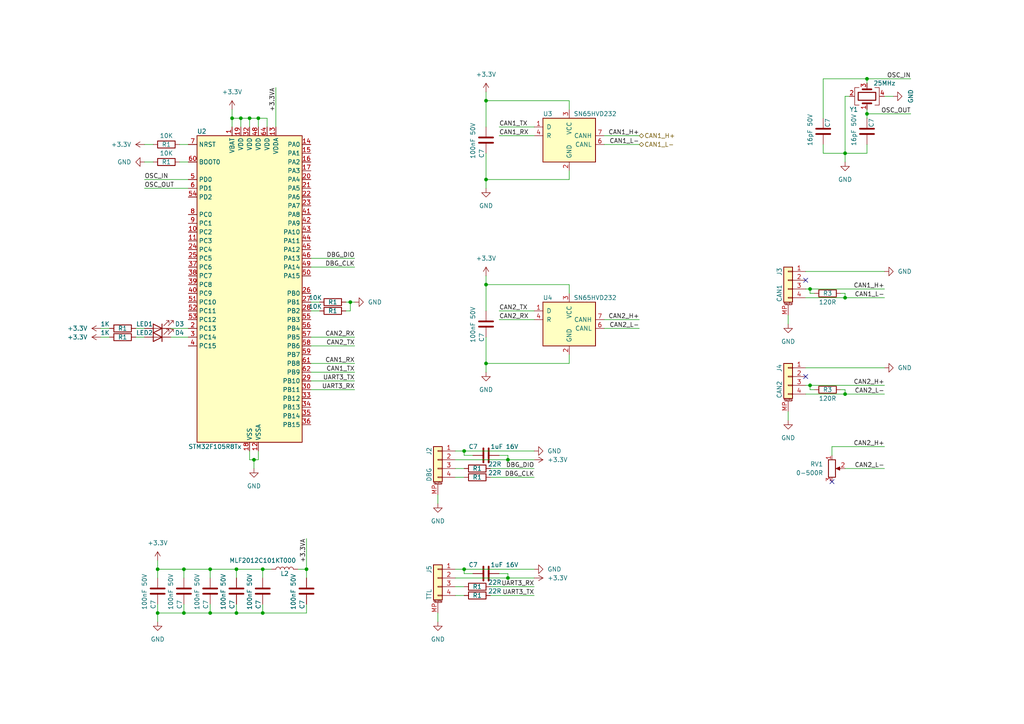
<source format=kicad_sch>
(kicad_sch (version 20230121) (generator eeschema)
  (paper "A4")
  (lib_symbols
    (symbol "Connector_Generic_MountingPin:Conn_01x04_MountingPin" (pin_names (offset 1.016) hide)
      (property "Reference" "J" (at 0 5.08 0))
      (property "Value" "Conn_01x04_MountingPin" (at 1.27 -7.62 0))
      (symbol "Conn_01x04_MountingPin_1_1"
        (rectangle (start -1.27 -4.953) (end 0 -5.207) (stroke (width 0.1524)))
        (rectangle (start -1.27 -2.413) (end 0 -2.667) (stroke (width 0.1524)))
        (rectangle (start -1.27 0.127) (end 0 -0.127) (stroke (width 0.1524)))
        (rectangle (start -1.27 2.667) (end 0 2.413) (stroke (width 0.1524)))
        (rectangle (start -1.27 3.81) (end 1.27 -6.35) (stroke (width 0.254)) (fill (type background)))
        (polyline (pts (xy -1.016 -7.112) (xy 1.016 -7.112)) (stroke (width 0.1524)))
        (text "Mounting" (at 0 -6.731 0) (effects (font (size 0.381 0.381))))
        (pin passive line (at -5.08 2.54 0) (length 3.81) (name "Pin_1") (number "1"))
        (pin passive line (at -5.08 0 0) (length 3.81) (name "Pin_2") (number "2"))
        (pin passive line (at -5.08 -2.54 0) (length 3.81) (name "Pin_3") (number "3"))
        (pin passive line (at -5.08 -5.08 0) (length 3.81) (name "Pin_4") (number "4"))
        (pin passive line (at 0 -10.16 90) (length 3.048) (name "MountPin") (number "MP"))
      )
    )
    (symbol "Device:C" (pin_numbers hide) (pin_names (offset 0.254))
      (property "Reference" "C" (at 0.635 2.54 0))
      (property "Value" "C" (at 0.635 -2.54 0))
      (symbol "C_0_1"
        (polyline (pts (xy -2.032 -0.762) (xy 2.032 -0.762)) (stroke (width 0.508)))
        (polyline (pts (xy -2.032 0.762) (xy 2.032 0.762)) (stroke (width 0.508)))
      )
      (symbol "C_1_1"
        (pin passive line (at 0 3.81 270) (length 2.794) (name "~") (number "1"))
        (pin passive line (at 0 -3.81 90) (length 2.794) (name "~") (number "2"))
      )
    )
    (symbol "Device:Crystal_GND24" (pin_names (offset 1.016) hide)
      (property "Reference" "Y" (at 3.175 5.08 0))
      (property "Value" "Crystal_GND24" (at 3.175 3.175 0))
      (symbol "Crystal_GND24_0_1"
        (rectangle (start -1.143 2.54) (end 1.143 -2.54) (stroke (width 0.3048)))
        (polyline (pts (xy -2.54 0) (xy -2.032 0)))
        (polyline (pts (xy -2.032 -1.27) (xy -2.032 1.27)) (stroke (width 0.508)))
        (polyline (pts (xy 0 -3.81) (xy 0 -3.556)))
        (polyline (pts (xy 0 3.556) (xy 0 3.81)))
        (polyline (pts (xy 2.032 -1.27) (xy 2.032 1.27)) (stroke (width 0.508)))
        (polyline (pts (xy 2.032 0) (xy 2.54 0)))
        (polyline (pts (xy -2.54 -2.286) (xy -2.54 -3.556) (xy 2.54 -3.556) (xy 2.54 -2.286)))
        (polyline (pts (xy -2.54 2.286) (xy -2.54 3.556) (xy 2.54 3.556) (xy 2.54 2.286)))
      )
      (symbol "Crystal_GND24_1_1"
        (pin passive line (at -3.81 0 0) (length 1.27) (name "1") (number "1"))
        (pin passive line (at 0 5.08 270) (length 1.27) (name "2") (number "2"))
        (pin passive line (at 3.81 0 180) (length 1.27) (name "3") (number "3"))
        (pin passive line (at 0 -5.08 90) (length 1.27) (name "4") (number "4"))
      )
    )
    (symbol "Device:L" (pin_numbers hide) (pin_names (offset 1.016) hide)
      (property "Reference" "L" (at -1.27 0 90))
      (property "Value" "L" (at 1.905 0 90))
      (symbol "L_0_1"
        (arc (start 0 -2.54) (mid 0.6323 -1.905) (end 0 -1.27))
        (arc (start 0 -1.27) (mid 0.6323 -0.635) (end 0 0))
        (arc (start 0 0) (mid 0.6323 0.635) (end 0 1.27))
        (arc (start 0 1.27) (mid 0.6323 1.905) (end 0 2.54))
      )
      (symbol "L_1_1"
        (pin passive line (at 0 3.81 270) (length 1.27) (name "1") (number "1"))
        (pin passive line (at 0 -3.81 90) (length 1.27) (name "2") (number "2"))
      )
    )
    (symbol "Device:LED" (pin_numbers hide) (pin_names (offset 1.016) hide)
      (property "Reference" "D" (at 0 2.54 0))
      (property "Value" "LED" (at 0 -2.54 0))
      (symbol "LED_0_1"
        (polyline (pts (xy -1.27 -1.27) (xy -1.27 1.27)) (stroke (width 0.254)))
        (polyline (pts (xy -1.27 0) (xy 1.27 0)))
        (polyline (pts (xy 1.27 -1.27) (xy 1.27 1.27) (xy -1.27 0) (xy 1.27 -1.27)) (stroke (width 0.254)))
        (polyline (pts (xy -3.048 -0.762) (xy -4.572 -2.286) (xy -3.81 -2.286) (xy -4.572 -2.286) (xy -4.572 -1.524)))
        (polyline (pts (xy -1.778 -0.762) (xy -3.302 -2.286) (xy -2.54 -2.286) (xy -3.302 -2.286) (xy -3.302 -1.524)))
      )
      (symbol "LED_1_1"
        (pin passive line (at -3.81 0 0) (length 2.54) (name "K") (number "1"))
        (pin passive line (at 3.81 0 180) (length 2.54) (name "A") (number "2"))
      )
    )
    (symbol "Device:R" (pin_numbers hide) (pin_names (offset 0))
      (property "Reference" "R" (at 2.032 0 90))
      (property "Value" "R" (at 0 0 90))
      (symbol "R_0_1"
        (rectangle (start -1.016 -2.54) (end 1.016 2.54) (stroke (width 0.254)))
      )
      (symbol "R_1_1"
        (pin passive line (at 0 3.81 270) (length 1.27) (name "~") (number "1"))
        (pin passive line (at 0 -3.81 90) (length 1.27) (name "~") (number "2"))
      )
    )
    (symbol "Device:R_Potentiometer" (pin_names (offset 1.016) hide)
      (property "Reference" "RV" (at -4.445 0 90))
      (property "Value" "R_Potentiometer" (at -2.54 0 90))
      (symbol "R_Potentiometer_0_1"
        (polyline (pts (xy 2.54 0) (xy 1.524 0)))
        (polyline (pts (xy 1.143 0) (xy 2.286 0.508) (xy 2.286 -0.508) (xy 1.143 0)) (fill (type outline)))
        (rectangle (start 1.016 2.54) (end -1.016 -2.54) (stroke (width 0.254)))
      )
      (symbol "R_Potentiometer_1_1"
        (pin passive line (at 0 3.81 270) (length 1.27) (name "1") (number "1"))
        (pin passive line (at 3.81 0 180) (length 1.27) (name "2") (number "2"))
        (pin passive line (at 0 -3.81 90) (length 1.27) (name "3") (number "3"))
      )
    )
    (symbol "Interface_CAN_LIN:SN65HVD232" (pin_names (offset 1.016))
      (property "Reference" "U" (at -2.54 10.16 0))
      (property "Value" "SN65HVD232" (at -2.54 7.62 0))
      (symbol "SN65HVD232_0_1"
        (rectangle (start -7.62 5.08) (end 7.62 -7.62) (stroke (width 0.254)) (fill (type background)))
      )
      (symbol "SN65HVD232_1_1"
        (pin input line (at -10.16 2.54 0) (length 2.54) (name "D") (number "1"))
        (pin power_in line (at 0 -10.16 90) (length 2.54) (name "GND") (number "2"))
        (pin power_in line (at 0 7.62 270) (length 2.54) (name "VCC") (number "3"))
        (pin output line (at -10.16 0 0) (length 2.54) (name "R") (number "4"))
        (pin no_connect line (at -7.62 -2.54 0) (length 2.54) hide (name "NC") (number "5"))
        (pin bidirectional line (at 10.16 -2.54 180) (length 2.54) (name "CANL") (number "6"))
        (pin bidirectional line (at 10.16 0 180) (length 2.54) (name "CANH") (number "7"))
        (pin no_connect line (at -7.62 -5.08 0) (length 2.54) hide (name "NC") (number "8"))
      )
    )
    (symbol "MCU_ST_STM32F1:STM32F105R8Tx"
      (property "Reference" "U" (at -15.24 46.99 0))
      (property "Value" "STM32F105R8Tx" (at 10.16 46.99 0))
      (symbol "STM32F105R8Tx_0_1"
        (rectangle (start -15.24 -43.18) (end 15.24 45.72) (stroke (width 0.254)) (fill (type background)))
      )
      (symbol "STM32F105R8Tx_1_1"
        (pin power_in line (at -5.08 48.26 270) (length 2.54) (name "VBAT") (number "1"))
        (pin bidirectional line (at -17.78 17.78 0) (length 2.54) (name "PC2") (number "10"))
        (pin bidirectional line (at -17.78 15.24 0) (length 2.54) (name "PC3") (number "11"))
        (pin power_in line (at 2.54 -45.72 90) (length 2.54) (name "VSSA") (number "12"))
        (pin power_in line (at 7.62 48.26 270) (length 2.54) (name "VDDA") (number "13"))
        (pin bidirectional line (at 17.78 43.18 180) (length 2.54) (name "PA0") (number "14"))
        (pin bidirectional line (at 17.78 40.64 180) (length 2.54) (name "PA1") (number "15"))
        (pin bidirectional line (at 17.78 38.1 180) (length 2.54) (name "PA2") (number "16"))
        (pin bidirectional line (at 17.78 35.56 180) (length 2.54) (name "PA3") (number "17"))
        (pin power_in line (at 0 -45.72 90) (length 2.54) (name "VSS") (number "18"))
        (pin power_in line (at -2.54 48.26 270) (length 2.54) (name "VDD") (number "19"))
        (pin bidirectional line (at -17.78 -10.16 0) (length 2.54) (name "PC13") (number "2"))
        (pin bidirectional line (at 17.78 33.02 180) (length 2.54) (name "PA4") (number "20"))
        (pin bidirectional line (at 17.78 30.48 180) (length 2.54) (name "PA5") (number "21"))
        (pin bidirectional line (at 17.78 27.94 180) (length 2.54) (name "PA6") (number "22"))
        (pin bidirectional line (at 17.78 25.4 180) (length 2.54) (name "PA7") (number "23"))
        (pin bidirectional line (at -17.78 12.7 0) (length 2.54) (name "PC4") (number "24"))
        (pin bidirectional line (at -17.78 10.16 0) (length 2.54) (name "PC5") (number "25"))
        (pin bidirectional line (at 17.78 0 180) (length 2.54) (name "PB0") (number "26"))
        (pin bidirectional line (at 17.78 -2.54 180) (length 2.54) (name "PB1") (number "27"))
        (pin bidirectional line (at 17.78 -5.08 180) (length 2.54) (name "PB2") (number "28"))
        (pin bidirectional line (at 17.78 -25.4 180) (length 2.54) (name "PB10") (number "29"))
        (pin bidirectional line (at -17.78 -12.7 0) (length 2.54) (name "PC14") (number "3"))
        (pin bidirectional line (at 17.78 -27.94 180) (length 2.54) (name "PB11") (number "30"))
        (pin passive line (at 0 -45.72 90) (length 2.54) hide (name "VSS") (number "31"))
        (pin power_in line (at 0 48.26 270) (length 2.54) (name "VDD") (number "32"))
        (pin bidirectional line (at 17.78 -30.48 180) (length 2.54) (name "PB12") (number "33"))
        (pin bidirectional line (at 17.78 -33.02 180) (length 2.54) (name "PB13") (number "34"))
        (pin bidirectional line (at 17.78 -35.56 180) (length 2.54) (name "PB14") (number "35"))
        (pin bidirectional line (at 17.78 -38.1 180) (length 2.54) (name "PB15") (number "36"))
        (pin bidirectional line (at -17.78 7.62 0) (length 2.54) (name "PC6") (number "37"))
        (pin bidirectional line (at -17.78 5.08 0) (length 2.54) (name "PC7") (number "38"))
        (pin bidirectional line (at -17.78 2.54 0) (length 2.54) (name "PC8") (number "39"))
        (pin bidirectional line (at -17.78 -15.24 0) (length 2.54) (name "PC15") (number "4"))
        (pin bidirectional line (at -17.78 0 0) (length 2.54) (name "PC9") (number "40"))
        (pin bidirectional line (at 17.78 22.86 180) (length 2.54) (name "PA8") (number "41"))
        (pin bidirectional line (at 17.78 20.32 180) (length 2.54) (name "PA9") (number "42"))
        (pin bidirectional line (at 17.78 17.78 180) (length 2.54) (name "PA10") (number "43"))
        (pin bidirectional line (at 17.78 15.24 180) (length 2.54) (name "PA11") (number "44"))
        (pin bidirectional line (at 17.78 12.7 180) (length 2.54) (name "PA12") (number "45"))
        (pin bidirectional line (at 17.78 10.16 180) (length 2.54) (name "PA13") (number "46"))
        (pin passive line (at 0 -45.72 90) (length 2.54) hide (name "VSS") (number "47"))
        (pin power_in line (at 2.54 48.26 270) (length 2.54) (name "VDD") (number "48"))
        (pin bidirectional line (at 17.78 7.62 180) (length 2.54) (name "PA14") (number "49"))
        (pin bidirectional line (at -17.78 33.02 0) (length 2.54) (name "PD0") (number "5"))
        (pin bidirectional line (at 17.78 5.08 180) (length 2.54) (name "PA15") (number "50"))
        (pin bidirectional line (at -17.78 -2.54 0) (length 2.54) (name "PC10") (number "51"))
        (pin bidirectional line (at -17.78 -5.08 0) (length 2.54) (name "PC11") (number "52"))
        (pin bidirectional line (at -17.78 -7.62 0) (length 2.54) (name "PC12") (number "53"))
        (pin bidirectional line (at -17.78 27.94 0) (length 2.54) (name "PD2") (number "54"))
        (pin bidirectional line (at 17.78 -7.62 180) (length 2.54) (name "PB3") (number "55"))
        (pin bidirectional line (at 17.78 -10.16 180) (length 2.54) (name "PB4") (number "56"))
        (pin bidirectional line (at 17.78 -12.7 180) (length 2.54) (name "PB5") (number "57"))
        (pin bidirectional line (at 17.78 -15.24 180) (length 2.54) (name "PB6") (number "58"))
        (pin bidirectional line (at 17.78 -17.78 180) (length 2.54) (name "PB7") (number "59"))
        (pin bidirectional line (at -17.78 30.48 0) (length 2.54) (name "PD1") (number "6"))
        (pin input line (at -17.78 38.1 0) (length 2.54) (name "BOOT0") (number "60"))
        (pin bidirectional line (at 17.78 -20.32 180) (length 2.54) (name "PB8") (number "61"))
        (pin bidirectional line (at 17.78 -22.86 180) (length 2.54) (name "PB9") (number "62"))
        (pin passive line (at 0 -45.72 90) (length 2.54) hide (name "VSS") (number "63"))
        (pin power_in line (at 5.08 48.26 270) (length 2.54) (name "VDD") (number "64"))
        (pin input line (at -17.78 43.18 0) (length 2.54) (name "NRST") (number "7"))
        (pin bidirectional line (at -17.78 22.86 0) (length 2.54) (name "PC0") (number "8"))
        (pin bidirectional line (at -17.78 20.32 0) (length 2.54) (name "PC1") (number "9"))
      )
    )
    (symbol "power:+3.3V" (power) (pin_names (offset 0))
      (property "Value" "+3.3V" (at 0 3.556 0))
      (symbol "+3.3V_0_1"
        (polyline (pts (xy -0.762 1.27) (xy 0 2.54)))
        (polyline (pts (xy 0 0) (xy 0 2.54)))
        (polyline (pts (xy 0 2.54) (xy 0.762 1.27)))
      )
      (symbol "+3.3V_1_1"
        (pin power_in line (at 0 0 90) (length 0) hide (name "+3.3V") (number "1"))
      )
    )
    (symbol "power:GND" (power) (pin_names (offset 0))
      (property "Value" "GND" (at 0 -3.81 0))
      (symbol "GND_0_1"
        (polyline (pts (xy 0 0) (xy 0 -1.27) (xy 1.27 -1.27) (xy 0 -2.54) (xy -1.27 -1.27) (xy 0 -1.27)))
      )
      (symbol "GND_1_1"
        (pin power_in line (at 0 0 270) (length 0) hide (name "GND") (number "1"))
      )
    )
  )
  (junction (at 68.58 177.8))
  (junction (at 147.32 167.64))
  (junction (at 76.2 165.1))
  (junction (at 245.11 86.36))
  (junction (at 140.97 52.07))
  (junction (at 74.93 34.29))
  (junction (at 245.11 44.45))
  (junction (at 53.34 165.1))
  (junction (at 72.39 34.29))
  (junction (at 88.9 165.1))
  (junction (at 60.96 165.1))
  (junction (at 134.62 165.1))
  (junction (at 45.72 177.8))
  (junction (at 69.85 34.29))
  (junction (at 76.2 177.8))
  (junction (at 234.95 83.82))
  (junction (at 140.97 105.41))
  (junction (at 68.58 165.1))
  (junction (at 67.31 34.29))
  (junction (at 73.66 133.35))
  (junction (at 251.46 33.02))
  (junction (at 101.6 87.63))
  (junction (at 140.97 29.21))
  (junction (at 45.72 165.1))
  (junction (at 134.62 130.81))
  (junction (at 245.11 114.3))
  (junction (at 140.97 82.55))
  (junction (at 251.46 22.86))
  (junction (at 234.95 111.76))
  (junction (at 60.96 177.8))
  (junction (at 53.34 177.8))
  (junction (at 147.32 133.35))
  (no_connect (at 233.68 81.28))
  (no_connect (at 241.3 139.7))
  (no_connect (at 233.68 109.22))
  (wire (pts (xy 144.78 166.37) (xy 147.32 166.37)))
  (wire (pts (xy 68.58 175.26) (xy 68.58 177.8)))
  (wire (pts (xy 154.94 135.89) (xy 142.24 135.89)))
  (wire (pts (xy 72.39 133.35) (xy 73.66 133.35)))
  (wire (pts (xy 251.46 34.29) (xy 251.46 33.02)))
  (wire (pts (xy 52.07 46.99) (xy 54.61 46.99)))
  (wire (pts (xy 92.71 90.17) (xy 90.17 90.17)))
  (wire (pts (xy 76.2 175.26) (xy 76.2 177.8)))
  (wire (pts (xy 80.01 25.4) (xy 80.01 36.83)))
  (wire (pts (xy 140.97 82.55) (xy 140.97 90.17)))
  (wire (pts (xy 45.72 175.26) (xy 45.72 177.8)))
  (wire (pts (xy 74.93 34.29) (xy 77.47 34.29)))
  (wire (pts (xy 154.94 138.43) (xy 142.24 138.43)))
  (wire (pts (xy 90.17 100.33) (xy 102.87 100.33)))
  (wire (pts (xy 60.96 165.1) (xy 60.96 167.64)))
  (wire (pts (xy 73.66 133.35) (xy 74.93 133.35)))
  (wire (pts (xy 185.42 92.71) (xy 175.26 92.71)))
  (wire (pts (xy 142.24 170.18) (xy 154.94 170.18)))
  (wire (pts (xy 251.46 22.86) (xy 251.46 24.13)))
  (wire (pts (xy 88.9 165.1) (xy 86.36 165.1)))
  (wire (pts (xy 39.37 97.79) (xy 41.91 97.79)))
  (wire (pts (xy 140.97 44.45) (xy 140.97 52.07)))
  (wire (pts (xy 234.95 85.09) (xy 234.95 83.82)))
  (wire (pts (xy 132.08 133.35) (xy 147.32 133.35)))
  (wire (pts (xy 137.16 132.08) (xy 134.62 132.08)))
  (wire (pts (xy 245.11 44.45) (xy 251.46 44.45)))
  (wire (pts (xy 236.22 113.03) (xy 234.95 113.03)))
  (wire (pts (xy 236.22 85.09) (xy 234.95 85.09)))
  (wire (pts (xy 228.6 93.98) (xy 228.6 91.44)))
  (wire (pts (xy 140.97 105.41) (xy 165.1 105.41)))
  (wire (pts (xy 101.6 90.17) (xy 100.33 90.17)))
  (wire (pts (xy 77.47 34.29) (xy 77.47 36.83)))
  (wire (pts (xy 234.95 111.76) (xy 256.54 111.76)))
  (wire (pts (xy 60.96 175.26) (xy 60.96 177.8)))
  (wire (pts (xy 132.08 170.18) (xy 134.62 170.18)))
  (wire (pts (xy 68.58 177.8) (xy 60.96 177.8)))
  (wire (pts (xy 233.68 111.76) (xy 234.95 111.76)))
  (wire (pts (xy 144.78 92.71) (xy 154.94 92.71)))
  (wire (pts (xy 101.6 87.63) (xy 100.33 87.63)))
  (wire (pts (xy 238.76 34.29) (xy 238.76 22.86)))
  (wire (pts (xy 60.96 165.1) (xy 68.58 165.1)))
  (wire (pts (xy 245.11 113.03) (xy 245.11 114.3)))
  (wire (pts (xy 88.9 175.26) (xy 88.9 177.8)))
  (wire (pts (xy 243.84 113.03) (xy 245.11 113.03)))
  (wire (pts (xy 90.17 113.03) (xy 102.87 113.03)))
  (wire (pts (xy 45.72 162.56) (xy 45.72 165.1)))
  (wire (pts (xy 76.2 165.1) (xy 76.2 167.64)))
  (wire (pts (xy 134.62 166.37) (xy 134.62 165.1)))
  (wire (pts (xy 68.58 165.1) (xy 68.58 167.64)))
  (wire (pts (xy 238.76 22.86) (xy 251.46 22.86)))
  (wire (pts (xy 144.78 90.17) (xy 154.94 90.17)))
  (wire (pts (xy 45.72 177.8) (xy 53.34 177.8)))
  (wire (pts (xy 88.9 177.8) (xy 76.2 177.8)))
  (wire (pts (xy 41.91 52.07) (xy 54.61 52.07)))
  (wire (pts (xy 127 180.34) (xy 127 177.8)))
  (wire (pts (xy 134.62 135.89) (xy 132.08 135.89)))
  (wire (pts (xy 185.42 41.91) (xy 175.26 41.91)))
  (wire (pts (xy 102.87 77.47) (xy 90.17 77.47)))
  (wire (pts (xy 234.95 111.76) (xy 234.95 113.03)))
  (wire (pts (xy 69.85 34.29) (xy 69.85 36.83)))
  (wire (pts (xy 73.66 133.35) (xy 73.66 135.89)))
  (wire (pts (xy 90.17 105.41) (xy 102.87 105.41)))
  (wire (pts (xy 49.53 97.79) (xy 54.61 97.79)))
  (wire (pts (xy 147.32 132.08) (xy 147.32 133.35)))
  (wire (pts (xy 245.11 27.94) (xy 245.11 44.45)))
  (wire (pts (xy 45.72 165.1) (xy 45.72 167.64)))
  (wire (pts (xy 140.97 29.21) (xy 165.1 29.21)))
  (wire (pts (xy 41.91 46.99) (xy 44.45 46.99)))
  (wire (pts (xy 88.9 156.21) (xy 88.9 165.1)))
  (wire (pts (xy 140.97 82.55) (xy 165.1 82.55)))
  (wire (pts (xy 92.71 87.63) (xy 90.17 87.63)))
  (wire (pts (xy 251.46 44.45) (xy 251.46 41.91)))
  (wire (pts (xy 134.62 132.08) (xy 134.62 130.81)))
  (wire (pts (xy 54.61 54.61) (xy 41.91 54.61)))
  (wire (pts (xy 144.78 39.37) (xy 154.94 39.37)))
  (wire (pts (xy 60.96 177.8) (xy 53.34 177.8)))
  (wire (pts (xy 134.62 165.1) (xy 154.94 165.1)))
  (wire (pts (xy 140.97 29.21) (xy 140.97 36.83)))
  (wire (pts (xy 41.91 41.91) (xy 44.45 41.91)))
  (wire (pts (xy 72.39 34.29) (xy 74.93 34.29)))
  (wire (pts (xy 53.34 177.8) (xy 53.34 175.26)))
  (wire (pts (xy 69.85 34.29) (xy 72.39 34.29)))
  (wire (pts (xy 29.21 95.25) (xy 31.75 95.25)))
  (wire (pts (xy 132.08 167.64) (xy 147.32 167.64)))
  (wire (pts (xy 134.62 138.43) (xy 132.08 138.43)))
  (wire (pts (xy 233.68 78.74) (xy 256.54 78.74)))
  (wire (pts (xy 142.24 172.72) (xy 154.94 172.72)))
  (wire (pts (xy 49.53 95.25) (xy 54.61 95.25)))
  (wire (pts (xy 53.34 165.1) (xy 60.96 165.1)))
  (wire (pts (xy 234.95 83.82) (xy 256.54 83.82)))
  (wire (pts (xy 147.32 167.64) (xy 154.94 167.64)))
  (wire (pts (xy 144.78 36.83) (xy 154.94 36.83)))
  (wire (pts (xy 185.42 39.37) (xy 175.26 39.37)))
  (wire (pts (xy 52.07 41.91) (xy 54.61 41.91)))
  (wire (pts (xy 140.97 80.01) (xy 140.97 82.55)))
  (wire (pts (xy 39.37 95.25) (xy 41.91 95.25)))
  (wire (pts (xy 102.87 74.93) (xy 90.17 74.93)))
  (wire (pts (xy 127 146.05) (xy 127 143.51)))
  (wire (pts (xy 147.32 166.37) (xy 147.32 167.64)))
  (wire (pts (xy 144.78 132.08) (xy 147.32 132.08)))
  (wire (pts (xy 165.1 105.41) (xy 165.1 102.87)))
  (wire (pts (xy 88.9 167.64) (xy 88.9 165.1)))
  (wire (pts (xy 101.6 87.63) (xy 101.6 90.17)))
  (wire (pts (xy 233.68 114.3) (xy 245.11 114.3)))
  (wire (pts (xy 134.62 130.81) (xy 154.94 130.81)))
  (wire (pts (xy 233.68 86.36) (xy 245.11 86.36)))
  (wire (pts (xy 185.42 95.25) (xy 175.26 95.25)))
  (wire (pts (xy 140.97 52.07) (xy 165.1 52.07)))
  (wire (pts (xy 238.76 41.91) (xy 238.76 44.45)))
  (wire (pts (xy 245.11 85.09) (xy 245.11 86.36)))
  (wire (pts (xy 245.11 135.89) (xy 256.54 135.89)))
  (wire (pts (xy 233.68 83.82) (xy 234.95 83.82)))
  (wire (pts (xy 243.84 85.09) (xy 245.11 85.09)))
  (wire (pts (xy 241.3 129.54) (xy 241.3 132.08)))
  (wire (pts (xy 165.1 52.07) (xy 165.1 49.53)))
  (wire (pts (xy 140.97 54.61) (xy 140.97 52.07)))
  (wire (pts (xy 78.74 165.1) (xy 76.2 165.1)))
  (wire (pts (xy 251.46 31.75) (xy 251.46 33.02)))
  (wire (pts (xy 140.97 26.67) (xy 140.97 29.21)))
  (wire (pts (xy 90.17 97.79) (xy 102.87 97.79)))
  (wire (pts (xy 228.6 121.92) (xy 228.6 119.38)))
  (wire (pts (xy 29.21 97.79) (xy 31.75 97.79)))
  (wire (pts (xy 241.3 129.54) (xy 256.54 129.54)))
  (wire (pts (xy 45.72 177.8) (xy 45.72 180.34)))
  (wire (pts (xy 137.16 166.37) (xy 134.62 166.37)))
  (wire (pts (xy 165.1 29.21) (xy 165.1 31.75)))
  (wire (pts (xy 76.2 177.8) (xy 68.58 177.8)))
  (wire (pts (xy 67.31 34.29) (xy 67.31 36.83)))
  (wire (pts (xy 140.97 97.79) (xy 140.97 105.41)))
  (wire (pts (xy 140.97 107.95) (xy 140.97 105.41)))
  (wire (pts (xy 264.16 22.86) (xy 251.46 22.86)))
  (wire (pts (xy 165.1 82.55) (xy 165.1 85.09)))
  (wire (pts (xy 68.58 165.1) (xy 76.2 165.1)))
  (wire (pts (xy 132.08 165.1) (xy 134.62 165.1)))
  (wire (pts (xy 238.76 44.45) (xy 245.11 44.45)))
  (wire (pts (xy 72.39 34.29) (xy 72.39 36.83)))
  (wire (pts (xy 72.39 130.81) (xy 72.39 133.35)))
  (wire (pts (xy 245.11 114.3) (xy 256.54 114.3)))
  (wire (pts (xy 245.11 86.36) (xy 256.54 86.36)))
  (wire (pts (xy 246.38 27.94) (xy 245.11 27.94)))
  (wire (pts (xy 233.68 106.68) (xy 256.54 106.68)))
  (wire (pts (xy 45.72 165.1) (xy 53.34 165.1)))
  (wire (pts (xy 74.93 133.35) (xy 74.93 130.81)))
  (wire (pts (xy 251.46 33.02) (xy 264.16 33.02)))
  (wire (pts (xy 245.11 46.99) (xy 245.11 44.45)))
  (wire (pts (xy 132.08 172.72) (xy 134.62 172.72)))
  (wire (pts (xy 67.31 34.29) (xy 69.85 34.29)))
  (wire (pts (xy 101.6 87.63) (xy 102.87 87.63)))
  (wire (pts (xy 53.34 165.1) (xy 53.34 167.64)))
  (wire (pts (xy 90.17 107.95) (xy 102.87 107.95)))
  (wire (pts (xy 259.08 27.94) (xy 256.54 27.94)))
  (wire (pts (xy 74.93 34.29) (xy 74.93 36.83)))
  (wire (pts (xy 67.31 31.75) (xy 67.31 34.29)))
  (wire (pts (xy 147.32 133.35) (xy 154.94 133.35)))
  (wire (pts (xy 90.17 110.49) (xy 102.87 110.49)))
  (wire (pts (xy 132.08 130.81) (xy 134.62 130.81)))
  (label "DBG_DIO" (at 154.94 135.89 180))
  (label "DBG_CLK" (at 102.87 77.47 180))
  (label "+3.3VA" (at 80.01 25.4 270))
  (label "CAN2_RX" (at 144.78 92.71 0))
  (label "CAN2_H+" (at 256.54 111.76 180))
  (label "OSC_OUT" (at 41.91 54.61 0))
  (label "CAN1_H+" (at 185.42 39.37 180))
  (label "CAN1_TX" (at 144.78 36.83 0))
  (label "+3.3VA" (at 88.9 156.21 270))
  (label "OSC_IN" (at 264.16 22.86 180))
  (label "CAN1_L-" (at 256.54 86.36 180))
  (label "CAN2_H+" (at 185.42 92.71 180))
  (label "OSC_OUT" (at 264.16 33.02 180))
  (label "UART3_RX" (at 102.87 113.03 180))
  (label "CAN1_L-" (at 185.42 41.91 180))
  (label "CAN2_H+" (at 256.54 129.54 180))
  (label "UART3_RX" (at 154.94 170.18 180))
  (label "UART3_TX" (at 102.87 110.49 180))
  (label "CAN2_L-" (at 256.54 135.89 180))
  (label "DBG_DIO" (at 102.87 74.93 180))
  (label "CAN1_RX" (at 102.87 105.41 180))
  (label "DBG_CLK" (at 154.94 138.43 180))
  (label "CAN2_L-" (at 185.42 95.25 180))
  (label "CAN2_L-" (at 256.54 114.3 180))
  (label "CAN2_RX" (at 102.87 97.79 180))
  (label "OSC_IN" (at 41.91 52.07 0))
  (label "CAN2_TX" (at 102.87 100.33 180))
  (label "CAN1_RX" (at 144.78 39.37 0))
  (label "CAN2_TX" (at 144.78 90.17 0))
  (label "CAN1_H+" (at 256.54 83.82 180))
  (label "CAN1_TX" (at 102.87 107.95 180))
  (label "UART3_TX" (at 154.94 172.72 180))
  (hierarchical_label "CAN1_L-" (shape bidirectional) (at 185.42 41.91 0))
  (hierarchical_label "CAN1_H+" (shape bidirectional) (at 185.42 39.37 0))
  (symbol (lib_id "Device:C") (at 140.97 166.37 270) (unit 1)
    (property "Reference" "C7" (at 135.89 163.83 90) (effects (justify left)))
    (property "Value" "1uF 16V" (at 142.24 163.83 90) (effects (justify left)))
    (property "Footprint" "Capacitor_SMD:C_0805_2012Metric" (effects hide))
    (instances (project "F105X3CAN" (path "" (reference "C7") (unit 1)) (path "" (reference "C13") (unit 1)) (path "" (reference "C41") (unit 1))))
  )
  (symbol (lib_id "power:GND") (at 259.08 27.94 90) (unit 1)
    (property "Reference" "#PWR07" (effects hide))
    (property "Value" "GND" (at 264.16 27.94 0))
    (instances (project "F105X3CAN" (path "" (reference "#PWR07") (unit 1)) (path "" (reference "#PWR074") (unit 1))))
  )
  (symbol (lib_id "Device:C") (at 76.2 171.45 180) (unit 1)
    (property "Reference" "C7" (at 74.93 173.99 90) (effects (justify left)))
    (property "Value" "100nF 50V" (at 72.39 166.37 90) (effects (justify left)))
    (property "Footprint" "Capacitor_SMD:C_0402_1005Metric" (effects hide))
    (instances (project "F105X3CAN" (path "" (reference "C7") (unit 1)) (path "" (reference "C18") (unit 1)) (path "" (reference "C36") (unit 1))))
  )
  (symbol (lib_id "Device:C") (at 140.97 93.98 180) (unit 1)
    (property "Reference" "C7" (at 139.7 96.52 90) (effects (justify left)))
    (property "Value" "100nF 50V" (at 137.16 88.9 90) (effects (justify left)))
    (property "Footprint" "Capacitor_SMD:C_0402_1005Metric" (effects hide))
    (instances (project "F105X3CAN" (path "" (reference "C7") (unit 1)) (path "" (reference "C12") (unit 1)) (path "" (reference "C39") (unit 1))))
  )
  (symbol (lib_id "power:GND") (at 140.97 54.61 0) (unit 1)
    (property "Reference" "#PWR015" (effects hide))
    (property "Value" "GND" (at 140.97 59.69 0))
    (instances (project "F105X3CAN" (path "" (reference "#PWR015") (unit 1)) (path "" (reference "#PWR064") (unit 1))))
  )
  (symbol (lib_id "power:+3.3V") (at 140.97 26.67 0) (unit 1)
    (property "Reference" "#PWR016" (effects hide))
    (property "Value" "+3.3V" (at 140.97 21.59 0))
    (instances (project "F105X3CAN" (path "" (reference "#PWR016") (unit 1)) (path "" (reference "#PWR063") (unit 1))))
  )
  (symbol (lib_id "Device:LED") (at 45.72 97.79 180) (unit 1)
    (property "Reference" "D4" (at 52.07 96.52 0))
    (property "Value" "LED2" (at 41.91 96.52 0))
    (property "Footprint" "LED_SMD:LED_0603_1608Metric" (effects hide))
    (instances (project "F105X3CAN" (path "" (reference "D4") (unit 1)) (path "" (reference "D9") (unit 1))))
  )
  (symbol (lib_id "power:GND") (at 102.87 87.63 90) (unit 1)
    (property "Reference" "#PWR022" (effects hide))
    (property "Value" "GND" (at 106.68 87.63 90) (effects (justify right)))
    (instances (project "F105X3CAN" (path "" (reference "#PWR022") (unit 1)) (path "" (reference "#PWR062") (unit 1))))
  )
  (symbol (lib_id "power:+3.3V") (at 154.94 133.35 270) (unit 1)
    (property "Reference" "#PWR013" (effects hide))
    (property "Value" "+3.3V" (at 158.75 133.35 90) (effects (justify left)))
    (instances (project "F105X3CAN" (path "" (reference "#PWR013") (unit 1)) (path "" (reference "#PWR068") (unit 1))))
  )
  (symbol (lib_id "Device:C") (at 68.58 171.45 180) (unit 1)
    (property "Reference" "C7" (at 67.31 173.99 90) (effects (justify left)))
    (property "Value" "100nF 50V" (at 64.77 166.37 90) (effects (justify left)))
    (property "Footprint" "Capacitor_SMD:C_0402_1005Metric" (effects hide))
    (instances (project "F105X3CAN" (path "" (reference "C7") (unit 1)) (path "" (reference "C17") (unit 1)) (path "" (reference "C35") (unit 1))))
  )
  (symbol (lib_id "Device:Crystal_GND24") (at 251.46 27.94 90) (unit 1)
    (property "Reference" "Y1" (at 247.65 31.75 90))
    (property "Value" "25MHz" (at 256.54 24.13 90))
    (property "Footprint" "Crystal:Crystal_SMD_3225-4Pin_3.2x2.5mm" (effects hide))
    (instances (project "F105X3CAN" (path "" (reference "Y1") (unit 1)) (path "" (reference "Y3") (unit 1))))
  )
  (symbol (lib_id "power:GND") (at 127 180.34 0) (unit 1)
    (property "Reference" "#PWR012" (effects hide))
    (property "Value" "GND" (at 127 185.42 0))
    (instances (project "F105X3CAN" (path "" (reference "#PWR012") (unit 1)) (path "" (reference "#PWR026") (unit 1)) (path "" (reference "#PWR081") (unit 1))))
  )
  (symbol (lib_id "Device:R") (at 48.26 46.99 90) (unit 1)
    (property "Reference" "R1" (at 48.26 46.99 90))
    (property "Value" "10K" (at 48.26 44.45 90))
    (property "Footprint" "Resistor_SMD:R_0402_1005Metric" (effects hide))
    (instances (project "F105X3CAN" (path "" (reference "R1") (unit 1)) (path "" (reference "R5") (unit 1)) (path "" (reference "R32") (unit 1))))
  )
  (symbol (lib_id "power:+3.3V") (at 140.97 80.01 0) (unit 1)
    (property "Reference" "#PWR017" (effects hide))
    (property "Value" "+3.3V" (at 140.97 74.93 0))
    (instances (project "F105X3CAN" (path "" (reference "#PWR017") (unit 1)) (path "" (reference "#PWR065") (unit 1))))
  )
  (symbol (lib_id "Device:R") (at 96.52 87.63 270) (unit 1)
    (property "Reference" "R1" (at 96.52 87.63 90))
    (property "Value" "10K" (at 91.44 86.36 90))
    (property "Footprint" "Resistor_SMD:R_0402_1005Metric" (effects hide))
    (instances (project "F105X3CAN" (path "" (reference "R1") (unit 1)) (path "" (reference "R9") (unit 1)) (path "" (reference "R33") (unit 1))))
  )
  (symbol (lib_id "Device:LED") (at 45.72 95.25 180) (unit 1)
    (property "Reference" "D3" (at 52.07 93.98 0))
    (property "Value" "LED1" (at 41.91 93.98 0))
    (property "Footprint" "LED_SMD:LED_0603_1608Metric" (effects hide))
    (instances (project "F105X3CAN" (path "" (reference "D3") (unit 1)) (path "" (reference "D8") (unit 1))))
  )
  (symbol (lib_id "Device:R") (at 138.43 172.72 90) (unit 1)
    (property "Reference" "R1" (at 138.43 172.72 90))
    (property "Value" "22R" (at 143.51 171.45 90))
    (property "Footprint" "Resistor_SMD:R_0402_1005Metric" (effects hide))
    (instances (project "F105X3CAN" (path "" (reference "R1") (unit 1)) (path "" (reference "R16") (unit 1)) (path "" (reference "R38") (unit 1))))
  )
  (symbol (lib_id "Device:R") (at 48.26 41.91 90) (unit 1)
    (property "Reference" "R1" (at 48.26 41.91 90))
    (property "Value" "10K" (at 48.26 39.37 90))
    (property "Footprint" "Resistor_SMD:R_0402_1005Metric" (effects hide))
    (instances (project "F105X3CAN" (path "" (reference "R1") (unit 1)) (path "" (reference "R4") (unit 1)) (path "" (reference "R31") (unit 1))))
  )
  (symbol (lib_id "power:GND") (at 45.72 180.34 0) (unit 1)
    (property "Reference" "#PWR027" (effects hide))
    (property "Value" "GND" (at 45.72 185.42 0))
    (instances (project "F105X3CAN" (path "" (reference "#PWR027") (unit 1)) (path "" (reference "#PWR057") (unit 1))))
  )
  (symbol (lib_id "Device:C") (at 140.97 40.64 180) (unit 1)
    (property "Reference" "C7" (at 139.7 43.18 90) (effects (justify left)))
    (property "Value" "100nF 50V" (at 137.16 35.56 90) (effects (justify left)))
    (property "Footprint" "Capacitor_SMD:C_0402_1005Metric" (effects hide))
    (instances (project "F105X3CAN" (path "" (reference "C7") (unit 1)) (path "" (reference "C11") (unit 1)) (path "" (reference "C38") (unit 1))))
  )
  (symbol (lib_id "Device:C") (at 251.46 38.1 180) (unit 1)
    (property "Reference" "C7" (at 252.73 34.29 90) (effects (justify left)))
    (property "Value" "16pF 50V" (at 247.65 33.02 90) (effects (justify left)))
    (property "Footprint" "Capacitor_SMD:C_0402_1005Metric" (effects hide))
    (instances (project "F105X3CAN" (path "" (reference "C7") (unit 1)) (path "" (reference "C8") (unit 1)) (path "" (reference "C43") (unit 1))))
  )
  (symbol (lib_id "power:+3.3V") (at 67.31 31.75 0) (unit 1)
    (property "Reference" "#PWR011" (effects hide))
    (property "Value" "+3.3V" (at 67.31 26.67 0))
    (instances (project "F105X3CAN" (path "" (reference "#PWR011") (unit 1)) (path "" (reference "#PWR058") (unit 1))))
  )
  (symbol (lib_id "power:GND") (at 154.94 130.81 90) (unit 1)
    (property "Reference" "#PWR014" (effects hide))
    (property "Value" "GND" (at 158.75 130.81 90) (effects (justify right)))
    (instances (project "F105X3CAN" (path "" (reference "#PWR014") (unit 1)) (path "" (reference "#PWR067") (unit 1))))
  )
  (symbol (lib_id "Device:C") (at 53.34 171.45 180) (unit 1)
    (property "Reference" "C7" (at 52.07 173.99 90) (effects (justify left)))
    (property "Value" "100nF 50V" (at 49.53 166.37 90) (effects (justify left)))
    (property "Footprint" "Capacitor_SMD:C_0402_1005Metric" (effects hide))
    (instances (project "F105X3CAN" (path "" (reference "C7") (unit 1)) (path "" (reference "C15") (unit 1)) (path "" (reference "C33") (unit 1))))
  )
  (symbol (lib_id "Device:C") (at 238.76 38.1 180) (unit 1)
    (property "Reference" "C7" (at 240.03 34.29 90) (effects (justify left)))
    (property "Value" "16pF 50V" (at 234.95 33.02 90) (effects (justify left)))
    (property "Footprint" "Capacitor_SMD:C_0402_1005Metric" (effects hide))
    (instances (project "F105X3CAN" (path "" (reference "C7") (unit 1)) (path "" (reference "C9") (unit 1)) (path "" (reference "C42") (unit 1))))
  )
  (symbol (lib_id "Device:R_Potentiometer") (at 241.3 135.89 0) (unit 1)
    (property "Reference" "RV1" (at 238.76 134.62 0) (effects (justify right)))
    (property "Value" "0-500R" (at 238.76 137.16 0) (effects (justify right)))
    (property "Footprint" "Common:Potentiometer_Bourns_TC33X_Vertical" (effects hide))
    (instances (project "F105X3CAN" (path "" (reference "RV1") (unit 1)) (path "" (reference "RV3") (unit 1))))
  )
  (symbol (lib_id "Device:C") (at 88.9 171.45 180) (unit 1)
    (property "Reference" "C7" (at 87.63 173.99 90) (effects (justify left)))
    (property "Value" "100nF 50V" (at 85.09 166.37 90) (effects (justify left)))
    (property "Footprint" "Capacitor_SMD:C_0402_1005Metric" (effects hide))
    (instances (project "F105X3CAN" (path "" (reference "C7") (unit 1)) (path "" (reference "C19") (unit 1)) (path "" (reference "C37") (unit 1))))
  )
  (symbol (lib_id "Device:L") (at 82.55 165.1 90) (unit 1)
    (property "Reference" "L2" (at 82.55 166.37 90))
    (property "Value" "MLF2012C101KT000" (at 76.2 162.56 90))
    (property "Footprint" "Inductor_SMD:L_0805_2012Metric" (effects hide))
    (instances (project "F105X3CAN" (path "" (reference "L2") (unit 1)) (path "" (reference "L4") (unit 1))))
  )
  (symbol (lib_id "power:+3.3V") (at 29.21 95.25 90) (unit 1)
    (property "Reference" "#PWR024" (effects hide))
    (property "Value" "+3.3V" (at 25.4 95.25 90) (effects (justify left)))
    (instances (project "F105X3CAN" (path "" (reference "#PWR024") (unit 1)) (path "" (reference "#PWR052") (unit 1))))
  )
  (symbol (lib_id "Device:R") (at 35.56 97.79 270) (unit 1)
    (property "Reference" "R1" (at 35.56 97.79 90))
    (property "Value" "1K" (at 30.48 96.52 90))
    (property "Footprint" "Resistor_SMD:R_0402_1005Metric" (effects hide))
    (instances (project "F105X3CAN" (path "" (reference "R1") (unit 1)) (path "" (reference "R11") (unit 1)) (path "" (reference "R30") (unit 1))))
  )
  (symbol (lib_id "power:GND") (at 73.66 135.89 0) (unit 1)
    (property "Reference" "#PWR010" (effects hide))
    (property "Value" "GND" (at 73.66 140.97 0))
    (instances (project "F105X3CAN" (path "" (reference "#PWR010") (unit 1)) (path "" (reference "#PWR059") (unit 1))))
  )
  (symbol (lib_id "Device:R") (at 35.56 95.25 270) (unit 1)
    (property "Reference" "R1" (at 35.56 95.25 90))
    (property "Value" "1K" (at 30.48 93.98 90))
    (property "Footprint" "Resistor_SMD:R_0402_1005Metric" (effects hide))
    (instances (project "F105X3CAN" (path "" (reference "R1") (unit 1)) (path "" (reference "R10") (unit 1)) (path "" (reference "R29") (unit 1))))
  )
  (symbol (lib_id "Device:C") (at 45.72 171.45 180) (unit 1)
    (property "Reference" "C7" (at 44.45 173.99 90) (effects (justify left)))
    (property "Value" "100nF 50V" (at 41.91 166.37 90) (effects (justify left)))
    (property "Footprint" "Capacitor_SMD:C_0402_1005Metric" (effects hide))
    (instances (project "F105X3CAN" (path "" (reference "C7") (unit 1)) (path "" (reference "C14") (unit 1)) (path "" (reference "C32") (unit 1))))
  )
  (symbol (lib_id "power:GND") (at 140.97 107.95 0) (unit 1)
    (property "Reference" "#PWR018" (effects hide))
    (property "Value" "GND" (at 140.97 113.03 0))
    (instances (project "F105X3CAN" (path "" (reference "#PWR018") (unit 1)) (path "" (reference "#PWR066") (unit 1))))
  )
  (symbol (lib_id "Interface_CAN_LIN:SN65HVD232") (at 165.1 39.37 0) (unit 1)
    (property "Reference" "U3" (at 157.48 33.02 0) (effects (justify left)))
    (property "Value" "SN65HVD232" (at 166.37 33.02 0) (effects (justify left)))
    (property "Footprint" "Package_SO:SOIC-8_3.9x4.9mm_P1.27mm" (effects hide))
    (property "Datasheet" "http://www.ti.com/lit/ds/symlink/sn65hvd230.pdf" (effects hide))
    (instances (project "F105X3CAN" (path "" (reference "U3") (unit 1)) (path "" (reference "U9") (unit 1))))
  )
  (symbol (lib_id "power:GND") (at 127 146.05 0) (unit 1)
    (property "Reference" "#PWR012" (effects hide))
    (property "Value" "GND" (at 127 151.13 0))
    (instances (project "F105X3CAN" (path "" (reference "#PWR012") (unit 1)) (path "" (reference "#PWR026") (unit 1)) (path "" (reference "#PWR080") (unit 1))))
  )
  (symbol (lib_id "power:+3.3V") (at 41.91 41.91 90) (unit 1)
    (property "Reference" "#PWR09" (effects hide))
    (property "Value" "+3.3V" (at 38.1 41.91 90) (effects (justify left)))
    (instances (project "F105X3CAN" (path "" (reference "#PWR09") (unit 1)) (path "" (reference "#PWR054") (unit 1))))
  )
  (symbol (lib_id "Connector_Generic_MountingPin:Conn_01x04_MountingPin") (at 127 133.35 0) (mirror y) (unit 1)
    (property "Reference" "J2" (at 124.46 132.08 90) (effects (justify left)))
    (property "Value" "DBG" (at 124.46 139.7 90) (effects (justify left)))
    (property "Footprint" "Connector_JST:JST_GH_BM04B-GHS-TBT_1x04-1MP_P1.25mm_Vertical" (effects hide))
    (instances (project "F105X3CAN" (path "" (reference "J2") (unit 1)) (path "" (reference "J10") (unit 1))))
  )
  (symbol (lib_id "power:+3.3V") (at 45.72 162.56 0) (unit 1)
    (property "Reference" "#PWR028" (effects hide))
    (property "Value" "+3.3V" (at 45.72 157.48 0))
    (instances (project "F105X3CAN" (path "" (reference "#PWR028") (unit 1)) (path "" (reference "#PWR056") (unit 1))))
  )
  (symbol (lib_id "Device:R") (at 138.43 135.89 90) (unit 1)
    (property "Reference" "R1" (at 138.43 135.89 90))
    (property "Value" "22R" (at 143.51 134.62 90))
    (property "Footprint" "Resistor_SMD:R_0402_1005Metric" (effects hide))
    (instances (project "F105X3CAN" (path "" (reference "R1") (unit 1)) (path "" (reference "R6") (unit 1)) (path "" (reference "R35") (unit 1))))
  )
  (symbol (lib_id "power:GND") (at 256.54 78.74 90) (unit 1)
    (property "Reference" "#PWR023" (effects hide))
    (property "Value" "GND" (at 260.35 78.74 90) (effects (justify right)))
    (instances (project "F105X3CAN" (path "" (reference "#PWR023") (unit 1)) (path "" (reference "#PWR072") (unit 1))))
  )
  (symbol (lib_id "Device:C") (at 60.96 171.45 180) (unit 1)
    (property "Reference" "C7" (at 59.69 173.99 90) (effects (justify left)))
    (property "Value" "100nF 50V" (at 57.15 166.37 90) (effects (justify left)))
    (property "Footprint" "Capacitor_SMD:C_0402_1005Metric" (effects hide))
    (instances (project "F105X3CAN" (path "" (reference "C7") (unit 1)) (path "" (reference "C16") (unit 1)) (path "" (reference "C34") (unit 1))))
  )
  (symbol (lib_id "Device:C") (at 140.97 132.08 270) (unit 1)
    (property "Reference" "C7" (at 135.89 129.54 90) (effects (justify left)))
    (property "Value" "1uF 16V" (at 142.24 129.54 90) (effects (justify left)))
    (property "Footprint" "Capacitor_SMD:C_0805_2012Metric" (effects hide))
    (instances (project "F105X3CAN" (path "" (reference "C7") (unit 1)) (path "" (reference "C10") (unit 1)) (path "" (reference "C40") (unit 1))))
  )
  (symbol (lib_id "power:GND") (at 41.91 46.99 270) (unit 1)
    (property "Reference" "#PWR08" (effects hide))
    (property "Value" "GND" (at 38.1 46.99 90) (effects (justify right)))
    (instances (project "F105X3CAN" (path "" (reference "#PWR08") (unit 1)) (path "" (reference "#PWR055") (unit 1))))
  )
  (symbol (lib_id "power:+3.3V") (at 29.21 97.79 90) (unit 1)
    (property "Reference" "#PWR025" (effects hide))
    (property "Value" "+3.3V" (at 25.4 97.79 90) (effects (justify left)))
    (instances (project "F105X3CAN" (path "" (reference "#PWR025") (unit 1)) (path "" (reference "#PWR053") (unit 1))))
  )
  (symbol (lib_id "Device:R") (at 138.43 170.18 90) (unit 1)
    (property "Reference" "R1" (at 138.43 170.18 90))
    (property "Value" "22R" (at 143.51 168.91 90))
    (property "Footprint" "Resistor_SMD:R_0402_1005Metric" (effects hide))
    (instances (project "F105X3CAN" (path "" (reference "R1") (unit 1)) (path "" (reference "R13") (unit 1)) (path "" (reference "R37") (unit 1))))
  )
  (symbol (lib_id "Connector_Generic_MountingPin:Conn_01x04_MountingPin") (at 228.6 109.22 0) (mirror y) (unit 1)
    (property "Reference" "J4" (at 226.06 107.95 90) (effects (justify left)))
    (property "Value" "CAN2" (at 226.06 115.57 90) (effects (justify left)))
    (property "Footprint" "Connector_JST:JST_GH_BM04B-GHS-TBT_1x04-1MP_P1.25mm_Vertical" (effects hide))
    (instances (project "F105X3CAN" (path "" (reference "J4") (unit 1)) (path "" (reference "J13") (unit 1))))
  )
  (symbol (lib_id "power:GND") (at 256.54 106.68 90) (unit 1)
    (property "Reference" "#PWR021" (effects hide))
    (property "Value" "GND" (at 260.35 106.68 90) (effects (justify right)))
    (instances (project "F105X3CAN" (path "" (reference "#PWR021") (unit 1)) (path "" (reference "#PWR073") (unit 1))))
  )
  (symbol (lib_id "Connector_Generic_MountingPin:Conn_01x04_MountingPin") (at 228.6 81.28 0) (mirror y) (unit 1)
    (property "Reference" "J3" (at 226.06 80.01 90) (effects (justify left)))
    (property "Value" "CAN1" (at 226.06 87.63 90) (effects (justify left)))
    (property "Footprint" "Connector_JST:JST_GH_BM04B-GHS-TBT_1x04-1MP_P1.25mm_Vertical" (effects hide))
    (instances (project "F105X3CAN" (path "" (reference "J3") (unit 1)) (path "" (reference "J12") (unit 1))))
  )
  (symbol (lib_id "Connector_Generic_MountingPin:Conn_01x04_MountingPin") (at 127 167.64 0) (mirror y) (unit 1)
    (property "Reference" "J5" (at 124.46 166.37 90) (effects (justify left)))
    (property "Value" "TTL" (at 124.46 173.99 90) (effects (justify left)))
    (property "Footprint" "Connector_JST:JST_GH_BM04B-GHS-TBT_1x04-1MP_P1.25mm_Vertical" (effects hide))
    (instances (project "F105X3CAN" (path "" (reference "J5") (unit 1)) (path "" (reference "J11") (unit 1))))
  )
  (symbol (lib_id "MCU_ST_STM32F1:STM32F105R8Tx") (at 72.39 85.09 0) (unit 1)
    (property "Reference" "U2" (at 57.15 38.1 0) (effects (justify left)))
    (property "Value" "STM32F105R8Tx" (at 54.61 129.54 0) (effects (justify left)))
    (property "Footprint" "Package_QFP:LQFP-64_10x10mm_P0.5mm" (effects hide))
    (property "Datasheet" "https://www.st.com/resource/en/datasheet/stm32f105r8.pdf" (effects hide))
    (instances (project "F105X3CAN" (path "" (reference "U2") (unit 1)) (path "" (reference "U8") (unit 1))))
  )
  (symbol (lib_id "power:GND") (at 228.6 93.98 0) (unit 1)
    (property "Reference" "#PWR012" (effects hide))
    (property "Value" "GND" (at 228.6 99.06 0))
    (instances (project "F105X3CAN" (path "" (reference "#PWR012") (unit 1)) (path "" (reference "#PWR026") (unit 1)) (path "" (reference "#PWR078") (unit 1))))
  )
  (symbol (lib_id "power:GND") (at 228.6 121.92 0) (unit 1)
    (property "Reference" "#PWR012" (effects hide))
    (property "Value" "GND" (at 228.6 127 0))
    (instances (project "F105X3CAN" (path "" (reference "#PWR012") (unit 1)) (path "" (reference "#PWR026") (unit 1)) (path "" (reference "#PWR079") (unit 1))))
  )
  (symbol (lib_id "power:+3.3V") (at 154.94 167.64 270) (unit 1)
    (property "Reference" "#PWR020" (effects hide))
    (property "Value" "+3.3V" (at 158.75 167.64 90) (effects (justify left)))
    (instances (project "F105X3CAN" (path "" (reference "#PWR020") (unit 1)) (path "" (reference "#PWR070") (unit 1))))
  )
  (symbol (lib_id "power:GND") (at 245.11 46.99 0) (unit 1)
    (property "Reference" "#PWR06" (effects hide))
    (property "Value" "GND" (at 245.11 52.07 0))
    (instances (project "F105X3CAN" (path "" (reference "#PWR06") (unit 1)) (path "" (reference "#PWR071") (unit 1))))
  )
  (symbol (lib_id "Device:R") (at 138.43 138.43 90) (unit 1)
    (property "Reference" "R1" (at 138.43 138.43 90))
    (property "Value" "22R" (at 143.51 137.16 90))
    (property "Footprint" "Resistor_SMD:R_0402_1005Metric" (effects hide))
    (instances (project "F105X3CAN" (path "" (reference "R1") (unit 1)) (path "" (reference "R7") (unit 1)) (path "" (reference "R36") (unit 1))))
  )
  (symbol (lib_id "Device:R") (at 240.03 85.09 90) (unit 1)
    (property "Reference" "R3" (at 240.03 85.09 90))
    (property "Value" "120R" (at 240.03 87.63 90))
    (property "Footprint" "Resistor_SMD:R_0603_1608Metric" (effects hide))
    (instances (project "F105X3CAN" (path "" (reference "R3") (unit 1)) (path "" (reference "R14") (unit 1)) (path "" (reference "R39") (unit 1))))
  )
  (symbol (lib_id "Device:R") (at 240.03 113.03 90) (unit 1)
    (property "Reference" "R3" (at 240.03 113.03 90))
    (property "Value" "120R" (at 240.03 115.57 90))
    (property "Footprint" "Resistor_SMD:R_0603_1608Metric" (effects hide))
    (instances (project "F105X3CAN" (path "" (reference "R3") (unit 1)) (path "" (reference "R15") (unit 1)) (path "" (reference "R40") (unit 1))))
  )
  (symbol (lib_id "Interface_CAN_LIN:SN65HVD232") (at 165.1 92.71 0) (unit 1)
    (property "Reference" "U4" (at 157.48 86.36 0) (effects (justify left)))
    (property "Value" "SN65HVD232" (at 166.37 86.36 0) (effects (justify left)))
    (property "Footprint" "Package_SO:SOIC-8_3.9x4.9mm_P1.27mm" (effects hide))
    (property "Datasheet" "http://www.ti.com/lit/ds/symlink/sn65hvd230.pdf" (effects hide))
    (instances (project "F105X3CAN" (path "" (reference "U4") (unit 1)) (path "" (reference "U10") (unit 1))))
  )
  (symbol (lib_id "Device:R") (at 96.52 90.17 270) (unit 1)
    (property "Reference" "R1" (at 96.52 90.17 90))
    (property "Value" "10K" (at 91.44 88.9 90))
    (property "Footprint" "Resistor_SMD:R_0402_1005Metric" (effects hide))
    (instances (project "F105X3CAN" (path "" (reference "R1") (unit 1)) (path "" (reference "R8") (unit 1)) (path "" (reference "R34") (unit 1))))
  )
  (symbol (lib_id "power:GND") (at 154.94 165.1 90) (unit 1)
    (property "Reference" "#PWR019" (effects hide))
    (property "Value" "GND" (at 158.75 165.1 90) (effects (justify right)))
    (instances (project "F105X3CAN" (path "" (reference "#PWR019") (unit 1)) (path "" (reference "#PWR069") (unit 1))))
  )
)
</source>
